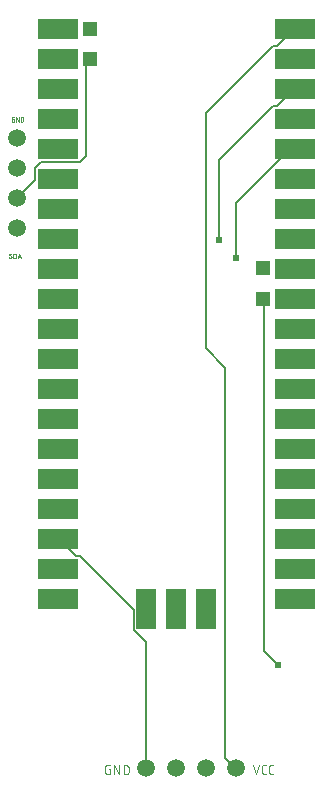
<source format=gbr>
G04 EAGLE Gerber RS-274X export*
G75*
%MOMM*%
%FSLAX34Y34*%
%LPD*%
%INTop Copper*%
%IPPOS*%
%AMOC8*
5,1,8,0,0,1.08239X$1,22.5*%
G01*
G04 Define Apertures*
%ADD10C,0.025400*%
%ADD11C,0.050800*%
%ADD12R,3.500000X1.700000*%
%ADD13R,1.700000X3.500000*%
%ADD14C,0.606400*%
%ADD15C,0.152400*%
%ADD16C,1.500000*%
%ADD17R,1.275000X1.275000*%
%ADD18R,0.606400X0.606400*%
D10*
X15071Y905214D02*
X15706Y905214D01*
X15706Y903097D01*
X14436Y903097D01*
X14381Y903099D01*
X14325Y903104D01*
X14271Y903113D01*
X14217Y903126D01*
X14164Y903142D01*
X14112Y903161D01*
X14061Y903184D01*
X14013Y903210D01*
X13965Y903240D01*
X13920Y903272D01*
X13878Y903307D01*
X13837Y903345D01*
X13799Y903386D01*
X13764Y903428D01*
X13732Y903473D01*
X13702Y903521D01*
X13676Y903569D01*
X13653Y903620D01*
X13634Y903672D01*
X13618Y903725D01*
X13605Y903779D01*
X13596Y903833D01*
X13591Y903889D01*
X13589Y903944D01*
X13589Y906060D01*
X13591Y906118D01*
X13597Y906175D01*
X13607Y906232D01*
X13620Y906289D01*
X13638Y906344D01*
X13659Y906397D01*
X13684Y906450D01*
X13712Y906500D01*
X13744Y906548D01*
X13779Y906595D01*
X13817Y906638D01*
X13858Y906679D01*
X13901Y906717D01*
X13948Y906752D01*
X13996Y906784D01*
X14046Y906812D01*
X14099Y906837D01*
X14152Y906858D01*
X14207Y906876D01*
X14264Y906889D01*
X14321Y906899D01*
X14378Y906905D01*
X14436Y906907D01*
X15706Y906907D01*
X17490Y906907D02*
X17490Y903097D01*
X19607Y903097D02*
X17490Y906907D01*
X19607Y906907D02*
X19607Y903097D01*
X21392Y903097D02*
X21392Y906907D01*
X22450Y906907D01*
X22514Y906905D01*
X22578Y906899D01*
X22641Y906890D01*
X22703Y906876D01*
X22765Y906859D01*
X22825Y906838D01*
X22884Y906814D01*
X22942Y906786D01*
X22997Y906754D01*
X23051Y906720D01*
X23102Y906682D01*
X23152Y906641D01*
X23198Y906597D01*
X23242Y906551D01*
X23283Y906501D01*
X23321Y906450D01*
X23355Y906396D01*
X23387Y906341D01*
X23415Y906283D01*
X23439Y906224D01*
X23460Y906164D01*
X23477Y906102D01*
X23491Y906040D01*
X23500Y905977D01*
X23506Y905913D01*
X23508Y905849D01*
X23508Y904155D01*
X23506Y904091D01*
X23500Y904027D01*
X23491Y903964D01*
X23477Y903902D01*
X23460Y903840D01*
X23439Y903780D01*
X23415Y903721D01*
X23387Y903663D01*
X23355Y903608D01*
X23321Y903554D01*
X23283Y903503D01*
X23242Y903453D01*
X23198Y903407D01*
X23152Y903363D01*
X23102Y903322D01*
X23051Y903284D01*
X22997Y903250D01*
X22942Y903218D01*
X22884Y903190D01*
X22825Y903166D01*
X22765Y903145D01*
X22703Y903128D01*
X22641Y903114D01*
X22578Y903105D01*
X22514Y903099D01*
X22450Y903097D01*
X21392Y903097D01*
X13420Y788374D02*
X13418Y788316D01*
X13412Y788259D01*
X13402Y788202D01*
X13389Y788145D01*
X13371Y788090D01*
X13350Y788037D01*
X13325Y787984D01*
X13297Y787934D01*
X13265Y787886D01*
X13230Y787839D01*
X13192Y787796D01*
X13151Y787755D01*
X13108Y787717D01*
X13061Y787682D01*
X13013Y787650D01*
X12963Y787622D01*
X12910Y787597D01*
X12857Y787576D01*
X12802Y787558D01*
X12745Y787545D01*
X12688Y787535D01*
X12631Y787529D01*
X12573Y787527D01*
X12490Y787529D01*
X12407Y787535D01*
X12325Y787544D01*
X12243Y787558D01*
X12162Y787575D01*
X12081Y787596D01*
X12002Y787621D01*
X11924Y787649D01*
X11847Y787681D01*
X11772Y787716D01*
X11699Y787755D01*
X11627Y787798D01*
X11558Y787843D01*
X11491Y787892D01*
X11426Y787944D01*
X11363Y787998D01*
X11303Y788056D01*
X11409Y790490D02*
X11411Y790545D01*
X11416Y790601D01*
X11425Y790655D01*
X11438Y790709D01*
X11454Y790762D01*
X11473Y790814D01*
X11496Y790865D01*
X11522Y790914D01*
X11552Y790961D01*
X11584Y791006D01*
X11619Y791048D01*
X11657Y791089D01*
X11698Y791127D01*
X11740Y791162D01*
X11785Y791194D01*
X11833Y791224D01*
X11881Y791250D01*
X11932Y791273D01*
X11984Y791292D01*
X12037Y791308D01*
X12091Y791321D01*
X12145Y791330D01*
X12201Y791335D01*
X12256Y791337D01*
X12256Y791338D02*
X12335Y791336D01*
X12413Y791330D01*
X12491Y791321D01*
X12568Y791307D01*
X12645Y791290D01*
X12721Y791268D01*
X12795Y791244D01*
X12869Y791215D01*
X12940Y791183D01*
X13010Y791147D01*
X13079Y791108D01*
X13145Y791066D01*
X13209Y791020D01*
X11832Y789749D02*
X11785Y789779D01*
X11740Y789812D01*
X11697Y789848D01*
X11657Y789886D01*
X11619Y789927D01*
X11584Y789970D01*
X11552Y790016D01*
X11522Y790063D01*
X11496Y790113D01*
X11473Y790164D01*
X11454Y790216D01*
X11438Y790269D01*
X11425Y790324D01*
X11416Y790379D01*
X11411Y790434D01*
X11409Y790490D01*
X12997Y789115D02*
X13044Y789085D01*
X13089Y789052D01*
X13132Y789016D01*
X13172Y788978D01*
X13210Y788937D01*
X13245Y788894D01*
X13277Y788848D01*
X13307Y788801D01*
X13333Y788751D01*
X13356Y788700D01*
X13375Y788648D01*
X13391Y788595D01*
X13404Y788540D01*
X13413Y788485D01*
X13418Y788430D01*
X13420Y788374D01*
X12996Y789115D02*
X11832Y789750D01*
X14961Y791337D02*
X14961Y787527D01*
X14961Y791337D02*
X16019Y791337D01*
X16083Y791335D01*
X16147Y791329D01*
X16210Y791320D01*
X16272Y791306D01*
X16334Y791289D01*
X16394Y791268D01*
X16453Y791244D01*
X16511Y791216D01*
X16566Y791184D01*
X16620Y791150D01*
X16671Y791112D01*
X16721Y791071D01*
X16767Y791027D01*
X16811Y790981D01*
X16852Y790931D01*
X16890Y790880D01*
X16924Y790826D01*
X16956Y790771D01*
X16984Y790713D01*
X17008Y790654D01*
X17029Y790594D01*
X17046Y790532D01*
X17060Y790470D01*
X17069Y790407D01*
X17075Y790343D01*
X17077Y790279D01*
X17077Y788585D01*
X17075Y788521D01*
X17069Y788457D01*
X17060Y788394D01*
X17046Y788332D01*
X17029Y788270D01*
X17008Y788210D01*
X16984Y788151D01*
X16956Y788093D01*
X16924Y788038D01*
X16890Y787984D01*
X16852Y787933D01*
X16811Y787883D01*
X16767Y787837D01*
X16721Y787793D01*
X16671Y787752D01*
X16620Y787714D01*
X16566Y787680D01*
X16511Y787648D01*
X16453Y787620D01*
X16394Y787596D01*
X16334Y787575D01*
X16272Y787558D01*
X16210Y787544D01*
X16147Y787535D01*
X16083Y787529D01*
X16019Y787527D01*
X14961Y787527D01*
X18528Y787527D02*
X19798Y791337D01*
X21068Y787527D01*
X20751Y788480D02*
X18846Y788480D01*
D11*
X95673Y354753D02*
X96943Y354753D01*
X96943Y350520D01*
X94403Y350520D01*
X94322Y350522D01*
X94242Y350528D01*
X94162Y350537D01*
X94083Y350551D01*
X94004Y350568D01*
X93926Y350589D01*
X93849Y350613D01*
X93774Y350641D01*
X93700Y350673D01*
X93627Y350708D01*
X93557Y350747D01*
X93488Y350789D01*
X93421Y350834D01*
X93356Y350882D01*
X93294Y350934D01*
X93235Y350988D01*
X93178Y351045D01*
X93124Y351104D01*
X93072Y351166D01*
X93024Y351231D01*
X92979Y351298D01*
X92937Y351367D01*
X92898Y351437D01*
X92863Y351510D01*
X92831Y351584D01*
X92803Y351659D01*
X92779Y351736D01*
X92758Y351814D01*
X92741Y351893D01*
X92727Y351972D01*
X92718Y352052D01*
X92712Y352132D01*
X92710Y352213D01*
X92710Y356447D01*
X92712Y356528D01*
X92718Y356608D01*
X92727Y356688D01*
X92741Y356767D01*
X92758Y356846D01*
X92779Y356924D01*
X92803Y357001D01*
X92831Y357076D01*
X92863Y357150D01*
X92898Y357223D01*
X92937Y357293D01*
X92979Y357362D01*
X93024Y357429D01*
X93072Y357494D01*
X93124Y357556D01*
X93178Y357615D01*
X93235Y357672D01*
X93294Y357726D01*
X93356Y357778D01*
X93421Y357826D01*
X93488Y357871D01*
X93556Y357913D01*
X93627Y357952D01*
X93700Y357987D01*
X93774Y358019D01*
X93849Y358047D01*
X93926Y358071D01*
X94004Y358092D01*
X94083Y358109D01*
X94162Y358123D01*
X94242Y358132D01*
X94322Y358138D01*
X94403Y358140D01*
X96943Y358140D01*
X100513Y358140D02*
X100513Y350520D01*
X104746Y350520D02*
X100513Y358140D01*
X104746Y358140D02*
X104746Y350520D01*
X108316Y350520D02*
X108316Y358140D01*
X110432Y358140D01*
X110522Y358138D01*
X110612Y358132D01*
X110701Y358123D01*
X110790Y358110D01*
X110878Y358092D01*
X110965Y358072D01*
X111052Y358047D01*
X111137Y358019D01*
X111221Y357987D01*
X111304Y357952D01*
X111385Y357913D01*
X111464Y357871D01*
X111542Y357826D01*
X111617Y357777D01*
X111691Y357725D01*
X111762Y357670D01*
X111831Y357612D01*
X111897Y357551D01*
X111960Y357488D01*
X112021Y357422D01*
X112079Y357353D01*
X112134Y357282D01*
X112186Y357208D01*
X112235Y357133D01*
X112280Y357055D01*
X112322Y356976D01*
X112361Y356895D01*
X112396Y356812D01*
X112428Y356728D01*
X112456Y356643D01*
X112481Y356556D01*
X112501Y356469D01*
X112519Y356381D01*
X112532Y356292D01*
X112541Y356203D01*
X112547Y356113D01*
X112549Y356023D01*
X112549Y352637D01*
X112547Y352547D01*
X112541Y352457D01*
X112532Y352368D01*
X112519Y352279D01*
X112501Y352191D01*
X112481Y352104D01*
X112456Y352017D01*
X112428Y351932D01*
X112396Y351848D01*
X112361Y351765D01*
X112322Y351684D01*
X112280Y351605D01*
X112235Y351527D01*
X112186Y351452D01*
X112134Y351378D01*
X112079Y351307D01*
X112021Y351238D01*
X111960Y351172D01*
X111897Y351109D01*
X111831Y351048D01*
X111762Y350990D01*
X111691Y350935D01*
X111617Y350883D01*
X111542Y350834D01*
X111464Y350789D01*
X111385Y350747D01*
X111304Y350708D01*
X111221Y350673D01*
X111137Y350641D01*
X111052Y350613D01*
X110965Y350588D01*
X110878Y350568D01*
X110790Y350550D01*
X110701Y350537D01*
X110612Y350528D01*
X110522Y350522D01*
X110432Y350520D01*
X108316Y350520D01*
X217678Y358394D02*
X220218Y350774D01*
X222758Y358394D01*
X227091Y350774D02*
X228784Y350774D01*
X227091Y350774D02*
X227010Y350776D01*
X226930Y350782D01*
X226850Y350791D01*
X226771Y350805D01*
X226692Y350822D01*
X226614Y350843D01*
X226537Y350867D01*
X226462Y350895D01*
X226388Y350927D01*
X226315Y350962D01*
X226245Y351001D01*
X226176Y351043D01*
X226109Y351088D01*
X226044Y351136D01*
X225982Y351188D01*
X225923Y351242D01*
X225866Y351299D01*
X225812Y351358D01*
X225760Y351420D01*
X225712Y351485D01*
X225667Y351552D01*
X225625Y351621D01*
X225586Y351691D01*
X225551Y351764D01*
X225519Y351838D01*
X225491Y351913D01*
X225467Y351990D01*
X225446Y352068D01*
X225429Y352147D01*
X225415Y352226D01*
X225406Y352306D01*
X225400Y352386D01*
X225398Y352467D01*
X225398Y356701D01*
X225400Y356782D01*
X225406Y356862D01*
X225415Y356942D01*
X225429Y357021D01*
X225446Y357100D01*
X225467Y357178D01*
X225491Y357255D01*
X225519Y357330D01*
X225551Y357404D01*
X225586Y357477D01*
X225625Y357547D01*
X225667Y357616D01*
X225712Y357683D01*
X225760Y357748D01*
X225812Y357810D01*
X225866Y357869D01*
X225923Y357926D01*
X225982Y357980D01*
X226044Y358032D01*
X226109Y358080D01*
X226176Y358125D01*
X226244Y358167D01*
X226315Y358206D01*
X226388Y358241D01*
X226462Y358273D01*
X226537Y358301D01*
X226614Y358325D01*
X226692Y358346D01*
X226771Y358363D01*
X226850Y358377D01*
X226930Y358386D01*
X227010Y358392D01*
X227091Y358394D01*
X228784Y358394D01*
X233187Y350774D02*
X234880Y350774D01*
X233187Y350774D02*
X233106Y350776D01*
X233026Y350782D01*
X232946Y350791D01*
X232867Y350805D01*
X232788Y350822D01*
X232710Y350843D01*
X232633Y350867D01*
X232558Y350895D01*
X232484Y350927D01*
X232411Y350962D01*
X232341Y351001D01*
X232272Y351043D01*
X232205Y351088D01*
X232140Y351136D01*
X232078Y351188D01*
X232019Y351242D01*
X231962Y351299D01*
X231908Y351358D01*
X231856Y351420D01*
X231808Y351485D01*
X231763Y351552D01*
X231721Y351621D01*
X231682Y351691D01*
X231647Y351764D01*
X231615Y351838D01*
X231587Y351913D01*
X231563Y351990D01*
X231542Y352068D01*
X231525Y352147D01*
X231511Y352226D01*
X231502Y352306D01*
X231496Y352386D01*
X231494Y352467D01*
X231494Y356701D01*
X231496Y356782D01*
X231502Y356862D01*
X231511Y356942D01*
X231525Y357021D01*
X231542Y357100D01*
X231563Y357178D01*
X231587Y357255D01*
X231615Y357330D01*
X231647Y357404D01*
X231682Y357477D01*
X231721Y357547D01*
X231763Y357616D01*
X231808Y357683D01*
X231856Y357748D01*
X231908Y357810D01*
X231962Y357869D01*
X232019Y357926D01*
X232078Y357980D01*
X232140Y358032D01*
X232205Y358080D01*
X232272Y358125D01*
X232340Y358167D01*
X232411Y358206D01*
X232484Y358241D01*
X232558Y358273D01*
X232633Y358301D01*
X232710Y358325D01*
X232788Y358346D01*
X232867Y358363D01*
X232946Y358377D01*
X233026Y358386D01*
X233106Y358392D01*
X233187Y358394D01*
X234880Y358394D01*
D12*
X53060Y981340D03*
X53060Y955940D03*
X53060Y930540D03*
X53060Y905140D03*
X53060Y879740D03*
X53060Y854340D03*
X53060Y828940D03*
X53060Y803540D03*
X53060Y778140D03*
X53060Y752740D03*
X53060Y727340D03*
X53060Y701940D03*
X53060Y676540D03*
X53060Y651140D03*
X53060Y625740D03*
X53060Y600340D03*
X53060Y574940D03*
X53060Y549540D03*
X53060Y524140D03*
X53060Y498740D03*
X253060Y498740D03*
X253060Y524140D03*
X253060Y549540D03*
X253060Y574940D03*
X253060Y600340D03*
X253060Y625740D03*
X253060Y651140D03*
X253060Y676540D03*
X253060Y701940D03*
X253060Y727340D03*
X253060Y752740D03*
X253060Y778140D03*
X253060Y803540D03*
X253060Y828940D03*
X253060Y854340D03*
X253060Y879740D03*
X253060Y905140D03*
X253060Y930540D03*
X253060Y955940D03*
X253060Y981340D03*
D13*
X127660Y490790D03*
X153060Y490790D03*
X178460Y490790D03*
D14*
X203200Y787400D03*
D15*
X252924Y879604D02*
X253060Y879740D01*
X252924Y879604D02*
X249091Y879604D01*
X203200Y833713D01*
X203200Y787400D01*
D16*
X17660Y863600D03*
D15*
X238446Y915926D02*
X253060Y930540D01*
X238446Y915926D02*
X234613Y915926D01*
D16*
X17660Y889000D03*
D14*
X189096Y802386D03*
D15*
X189096Y870409D02*
X234613Y915926D01*
X189096Y870409D02*
X189096Y802386D01*
D16*
X127000Y355600D03*
D15*
X67674Y534926D02*
X53060Y549540D01*
X67674Y534926D02*
X71507Y534926D01*
X127000Y462217D02*
X127000Y355600D01*
X127000Y462217D02*
X116874Y472343D01*
X116874Y489559D02*
X71507Y534926D01*
X116874Y489559D02*
X116874Y472343D01*
X238446Y966726D02*
X253060Y981340D01*
X238446Y966726D02*
X234613Y966726D01*
X177800Y909913D01*
X177800Y711200D01*
X194324Y694676D01*
X194324Y381000D01*
X194324Y364476D01*
X203200Y355600D01*
D16*
X203200Y355600D03*
X17660Y838200D03*
D17*
X79584Y956056D03*
D15*
X33274Y853814D02*
X17660Y838200D01*
X33274Y853814D02*
X33274Y863787D01*
X38441Y868954D01*
X71507Y868954D01*
X76200Y873647D01*
X76200Y952672D01*
X79584Y956056D01*
D16*
X17660Y812800D03*
D17*
X79584Y981578D03*
X226536Y778764D03*
D16*
X177800Y355600D03*
D17*
X226536Y752856D03*
D15*
X226790Y455200D02*
X238760Y443230D01*
D18*
X238760Y443230D03*
D16*
X152400Y355600D03*
D15*
X226790Y455200D02*
X226790Y752602D01*
X226536Y752856D01*
M02*

</source>
